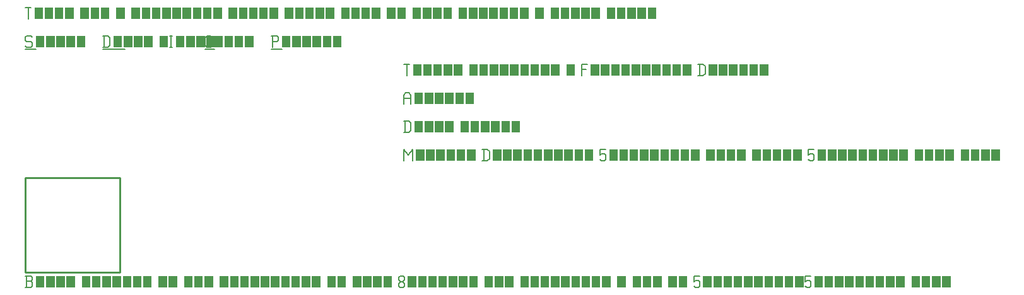
<source format=gbr>
G04 start of page 3 for group -3984 idx -3984 *
G04 Title: (unknown), fab *
G04 Creator: <version>
G04 CreationDate: <date>
G04 For:  *
G04 Format: Gerber/RS-274X *
G04 PCB-Dimensions: 50000 50000 *
G04 PCB-Coordinate-Origin: lower left *
%MOIN*%
%FSLAX25Y25*%
%LNFAB*%
%ADD15C,0.0100*%
%ADD14C,0.0001*%
%ADD13C,0.0060*%
G54D13*X3000Y125000D02*X3750Y124250D01*
X750Y125000D02*X3000D01*
X0Y124250D02*X750Y125000D01*
X0Y124250D02*Y122750D01*
X750Y122000D01*
X3000D01*
X3750Y121250D01*
Y119750D01*
X3000Y119000D02*X3750Y119750D01*
X750Y119000D02*X3000D01*
X0Y119750D02*X750Y119000D01*
G54D14*G36*
X5550Y125000D02*Y119000D01*
X10050D01*
Y125000D01*
X5550D01*
G37*
G36*
X10950D02*Y119000D01*
X15450D01*
Y125000D01*
X10950D01*
G37*
G36*
X16350D02*Y119000D01*
X20850D01*
Y125000D01*
X16350D01*
G37*
G36*
X21750D02*Y119000D01*
X26250D01*
Y125000D01*
X21750D01*
G37*
G36*
X27150D02*Y119000D01*
X31650D01*
Y125000D01*
X27150D01*
G37*
G54D13*X0Y118000D02*X5550D01*
X41750Y125000D02*Y119000D01*
X43700Y125000D02*X44750Y123950D01*
Y120050D01*
X43700Y119000D02*X44750Y120050D01*
X41000Y119000D02*X43700D01*
X41000Y125000D02*X43700D01*
G54D14*G36*
X46550D02*Y119000D01*
X51050D01*
Y125000D01*
X46550D01*
G37*
G36*
X51950D02*Y119000D01*
X56450D01*
Y125000D01*
X51950D01*
G37*
G36*
X57350D02*Y119000D01*
X61850D01*
Y125000D01*
X57350D01*
G37*
G36*
X62750D02*Y119000D01*
X67250D01*
Y125000D01*
X62750D01*
G37*
G36*
X70850D02*Y119000D01*
X75350D01*
Y125000D01*
X70850D01*
G37*
G54D13*X76250D02*X77750D01*
X77000D02*Y119000D01*
X76250D02*X77750D01*
G54D14*G36*
X79550Y125000D02*Y119000D01*
X84050D01*
Y125000D01*
X79550D01*
G37*
G36*
X84950D02*Y119000D01*
X89450D01*
Y125000D01*
X84950D01*
G37*
G36*
X90350D02*Y119000D01*
X94850D01*
Y125000D01*
X90350D01*
G37*
G36*
X95750D02*Y119000D01*
X100250D01*
Y125000D01*
X95750D01*
G37*
G54D13*X41000Y118000D02*X52550D01*
X96050Y119000D02*X98000D01*
X95000Y120050D02*X96050Y119000D01*
X95000Y123950D02*Y120050D01*
Y123950D02*X96050Y125000D01*
X98000D01*
G54D14*G36*
X99800D02*Y119000D01*
X104300D01*
Y125000D01*
X99800D01*
G37*
G36*
X105200D02*Y119000D01*
X109700D01*
Y125000D01*
X105200D01*
G37*
G36*
X110600D02*Y119000D01*
X115100D01*
Y125000D01*
X110600D01*
G37*
G36*
X116000D02*Y119000D01*
X120500D01*
Y125000D01*
X116000D01*
G37*
G54D13*X95000Y118000D02*X99800D01*
X130750Y125000D02*Y119000D01*
X130000Y125000D02*X133000D01*
X133750Y124250D01*
Y122750D01*
X133000Y122000D02*X133750Y122750D01*
X130750Y122000D02*X133000D01*
G54D14*G36*
X135550Y125000D02*Y119000D01*
X140050D01*
Y125000D01*
X135550D01*
G37*
G36*
X140950D02*Y119000D01*
X145450D01*
Y125000D01*
X140950D01*
G37*
G36*
X146350D02*Y119000D01*
X150850D01*
Y125000D01*
X146350D01*
G37*
G36*
X151750D02*Y119000D01*
X156250D01*
Y125000D01*
X151750D01*
G37*
G36*
X157150D02*Y119000D01*
X161650D01*
Y125000D01*
X157150D01*
G37*
G36*
X162550D02*Y119000D01*
X167050D01*
Y125000D01*
X162550D01*
G37*
G54D13*X130000Y118000D02*X135550D01*
X0Y140000D02*X3000D01*
X1500D02*Y134000D01*
G54D14*G36*
X4800Y140000D02*Y134000D01*
X9300D01*
Y140000D01*
X4800D01*
G37*
G36*
X10200D02*Y134000D01*
X14700D01*
Y140000D01*
X10200D01*
G37*
G36*
X15600D02*Y134000D01*
X20100D01*
Y140000D01*
X15600D01*
G37*
G36*
X21000D02*Y134000D01*
X25500D01*
Y140000D01*
X21000D01*
G37*
G36*
X29100D02*Y134000D01*
X33600D01*
Y140000D01*
X29100D01*
G37*
G36*
X34500D02*Y134000D01*
X39000D01*
Y140000D01*
X34500D01*
G37*
G36*
X39900D02*Y134000D01*
X44400D01*
Y140000D01*
X39900D01*
G37*
G36*
X48000D02*Y134000D01*
X52500D01*
Y140000D01*
X48000D01*
G37*
G36*
X56100D02*Y134000D01*
X60600D01*
Y140000D01*
X56100D01*
G37*
G36*
X61500D02*Y134000D01*
X66000D01*
Y140000D01*
X61500D01*
G37*
G36*
X66900D02*Y134000D01*
X71400D01*
Y140000D01*
X66900D01*
G37*
G36*
X72300D02*Y134000D01*
X76800D01*
Y140000D01*
X72300D01*
G37*
G36*
X77700D02*Y134000D01*
X82200D01*
Y140000D01*
X77700D01*
G37*
G36*
X83100D02*Y134000D01*
X87600D01*
Y140000D01*
X83100D01*
G37*
G36*
X88500D02*Y134000D01*
X93000D01*
Y140000D01*
X88500D01*
G37*
G36*
X93900D02*Y134000D01*
X98400D01*
Y140000D01*
X93900D01*
G37*
G36*
X99300D02*Y134000D01*
X103800D01*
Y140000D01*
X99300D01*
G37*
G36*
X107400D02*Y134000D01*
X111900D01*
Y140000D01*
X107400D01*
G37*
G36*
X112800D02*Y134000D01*
X117300D01*
Y140000D01*
X112800D01*
G37*
G36*
X118200D02*Y134000D01*
X122700D01*
Y140000D01*
X118200D01*
G37*
G36*
X123600D02*Y134000D01*
X128100D01*
Y140000D01*
X123600D01*
G37*
G36*
X129000D02*Y134000D01*
X133500D01*
Y140000D01*
X129000D01*
G37*
G36*
X137100D02*Y134000D01*
X141600D01*
Y140000D01*
X137100D01*
G37*
G36*
X142500D02*Y134000D01*
X147000D01*
Y140000D01*
X142500D01*
G37*
G36*
X147900D02*Y134000D01*
X152400D01*
Y140000D01*
X147900D01*
G37*
G36*
X153300D02*Y134000D01*
X157800D01*
Y140000D01*
X153300D01*
G37*
G36*
X158700D02*Y134000D01*
X163200D01*
Y140000D01*
X158700D01*
G37*
G36*
X166800D02*Y134000D01*
X171300D01*
Y140000D01*
X166800D01*
G37*
G36*
X172200D02*Y134000D01*
X176700D01*
Y140000D01*
X172200D01*
G37*
G36*
X177600D02*Y134000D01*
X182100D01*
Y140000D01*
X177600D01*
G37*
G36*
X183000D02*Y134000D01*
X187500D01*
Y140000D01*
X183000D01*
G37*
G36*
X191100D02*Y134000D01*
X195600D01*
Y140000D01*
X191100D01*
G37*
G36*
X196500D02*Y134000D01*
X201000D01*
Y140000D01*
X196500D01*
G37*
G36*
X204600D02*Y134000D01*
X209100D01*
Y140000D01*
X204600D01*
G37*
G36*
X210000D02*Y134000D01*
X214500D01*
Y140000D01*
X210000D01*
G37*
G36*
X215400D02*Y134000D01*
X219900D01*
Y140000D01*
X215400D01*
G37*
G36*
X220800D02*Y134000D01*
X225300D01*
Y140000D01*
X220800D01*
G37*
G36*
X228900D02*Y134000D01*
X233400D01*
Y140000D01*
X228900D01*
G37*
G36*
X234300D02*Y134000D01*
X238800D01*
Y140000D01*
X234300D01*
G37*
G36*
X239700D02*Y134000D01*
X244200D01*
Y140000D01*
X239700D01*
G37*
G36*
X245100D02*Y134000D01*
X249600D01*
Y140000D01*
X245100D01*
G37*
G36*
X250500D02*Y134000D01*
X255000D01*
Y140000D01*
X250500D01*
G37*
G36*
X255900D02*Y134000D01*
X260400D01*
Y140000D01*
X255900D01*
G37*
G36*
X261300D02*Y134000D01*
X265800D01*
Y140000D01*
X261300D01*
G37*
G36*
X269400D02*Y134000D01*
X273900D01*
Y140000D01*
X269400D01*
G37*
G36*
X277500D02*Y134000D01*
X282000D01*
Y140000D01*
X277500D01*
G37*
G36*
X282900D02*Y134000D01*
X287400D01*
Y140000D01*
X282900D01*
G37*
G36*
X288300D02*Y134000D01*
X292800D01*
Y140000D01*
X288300D01*
G37*
G36*
X293700D02*Y134000D01*
X298200D01*
Y140000D01*
X293700D01*
G37*
G36*
X299100D02*Y134000D01*
X303600D01*
Y140000D01*
X299100D01*
G37*
G36*
X307200D02*Y134000D01*
X311700D01*
Y140000D01*
X307200D01*
G37*
G36*
X312600D02*Y134000D01*
X317100D01*
Y140000D01*
X312600D01*
G37*
G36*
X318000D02*Y134000D01*
X322500D01*
Y140000D01*
X318000D01*
G37*
G36*
X323400D02*Y134000D01*
X327900D01*
Y140000D01*
X323400D01*
G37*
G36*
X328800D02*Y134000D01*
X333300D01*
Y140000D01*
X328800D01*
G37*
G54D15*X0Y50000D02*X50000D01*
X0D02*Y0D01*
X50000Y50000D02*Y0D01*
X0D02*X50000D01*
G54D13*X200000Y65000D02*Y59000D01*
Y65000D02*X202250Y62000D01*
X204500Y65000D01*
Y59000D01*
G54D14*G36*
X206300Y65000D02*Y59000D01*
X210800D01*
Y65000D01*
X206300D01*
G37*
G36*
X211700D02*Y59000D01*
X216200D01*
Y65000D01*
X211700D01*
G37*
G36*
X217100D02*Y59000D01*
X221600D01*
Y65000D01*
X217100D01*
G37*
G36*
X222500D02*Y59000D01*
X227000D01*
Y65000D01*
X222500D01*
G37*
G36*
X227900D02*Y59000D01*
X232400D01*
Y65000D01*
X227900D01*
G37*
G36*
X233300D02*Y59000D01*
X237800D01*
Y65000D01*
X233300D01*
G37*
G54D13*X242150D02*Y59000D01*
X244100Y65000D02*X245150Y63950D01*
Y60050D01*
X244100Y59000D02*X245150Y60050D01*
X241400Y59000D02*X244100D01*
X241400Y65000D02*X244100D01*
G54D14*G36*
X246950D02*Y59000D01*
X251450D01*
Y65000D01*
X246950D01*
G37*
G36*
X252350D02*Y59000D01*
X256850D01*
Y65000D01*
X252350D01*
G37*
G36*
X257750D02*Y59000D01*
X262250D01*
Y65000D01*
X257750D01*
G37*
G36*
X263150D02*Y59000D01*
X267650D01*
Y65000D01*
X263150D01*
G37*
G36*
X268550D02*Y59000D01*
X273050D01*
Y65000D01*
X268550D01*
G37*
G36*
X273950D02*Y59000D01*
X278450D01*
Y65000D01*
X273950D01*
G37*
G36*
X279350D02*Y59000D01*
X283850D01*
Y65000D01*
X279350D01*
G37*
G36*
X284750D02*Y59000D01*
X289250D01*
Y65000D01*
X284750D01*
G37*
G36*
X290150D02*Y59000D01*
X294650D01*
Y65000D01*
X290150D01*
G37*
G36*
X295550D02*Y59000D01*
X300050D01*
Y65000D01*
X295550D01*
G37*
G54D13*X303650D02*X306650D01*
X303650D02*Y62000D01*
X304400Y62750D01*
X305900D01*
X306650Y62000D01*
Y59750D01*
X305900Y59000D02*X306650Y59750D01*
X304400Y59000D02*X305900D01*
X303650Y59750D02*X304400Y59000D01*
G54D14*G36*
X308450Y65000D02*Y59000D01*
X312950D01*
Y65000D01*
X308450D01*
G37*
G36*
X313850D02*Y59000D01*
X318350D01*
Y65000D01*
X313850D01*
G37*
G36*
X319250D02*Y59000D01*
X323750D01*
Y65000D01*
X319250D01*
G37*
G36*
X324650D02*Y59000D01*
X329150D01*
Y65000D01*
X324650D01*
G37*
G36*
X330050D02*Y59000D01*
X334550D01*
Y65000D01*
X330050D01*
G37*
G36*
X335450D02*Y59000D01*
X339950D01*
Y65000D01*
X335450D01*
G37*
G36*
X340850D02*Y59000D01*
X345350D01*
Y65000D01*
X340850D01*
G37*
G36*
X346250D02*Y59000D01*
X350750D01*
Y65000D01*
X346250D01*
G37*
G36*
X351650D02*Y59000D01*
X356150D01*
Y65000D01*
X351650D01*
G37*
G36*
X359750D02*Y59000D01*
X364250D01*
Y65000D01*
X359750D01*
G37*
G36*
X365150D02*Y59000D01*
X369650D01*
Y65000D01*
X365150D01*
G37*
G36*
X370550D02*Y59000D01*
X375050D01*
Y65000D01*
X370550D01*
G37*
G36*
X375950D02*Y59000D01*
X380450D01*
Y65000D01*
X375950D01*
G37*
G36*
X384050D02*Y59000D01*
X388550D01*
Y65000D01*
X384050D01*
G37*
G36*
X389450D02*Y59000D01*
X393950D01*
Y65000D01*
X389450D01*
G37*
G36*
X394850D02*Y59000D01*
X399350D01*
Y65000D01*
X394850D01*
G37*
G36*
X400250D02*Y59000D01*
X404750D01*
Y65000D01*
X400250D01*
G37*
G36*
X405650D02*Y59000D01*
X410150D01*
Y65000D01*
X405650D01*
G37*
G54D13*X413750D02*X416750D01*
X413750D02*Y62000D01*
X414500Y62750D01*
X416000D01*
X416750Y62000D01*
Y59750D01*
X416000Y59000D02*X416750Y59750D01*
X414500Y59000D02*X416000D01*
X413750Y59750D02*X414500Y59000D01*
G54D14*G36*
X418550Y65000D02*Y59000D01*
X423050D01*
Y65000D01*
X418550D01*
G37*
G36*
X423950D02*Y59000D01*
X428450D01*
Y65000D01*
X423950D01*
G37*
G36*
X429350D02*Y59000D01*
X433850D01*
Y65000D01*
X429350D01*
G37*
G36*
X434750D02*Y59000D01*
X439250D01*
Y65000D01*
X434750D01*
G37*
G36*
X440150D02*Y59000D01*
X444650D01*
Y65000D01*
X440150D01*
G37*
G36*
X445550D02*Y59000D01*
X450050D01*
Y65000D01*
X445550D01*
G37*
G36*
X450950D02*Y59000D01*
X455450D01*
Y65000D01*
X450950D01*
G37*
G36*
X456350D02*Y59000D01*
X460850D01*
Y65000D01*
X456350D01*
G37*
G36*
X461750D02*Y59000D01*
X466250D01*
Y65000D01*
X461750D01*
G37*
G36*
X469850D02*Y59000D01*
X474350D01*
Y65000D01*
X469850D01*
G37*
G36*
X475250D02*Y59000D01*
X479750D01*
Y65000D01*
X475250D01*
G37*
G36*
X480650D02*Y59000D01*
X485150D01*
Y65000D01*
X480650D01*
G37*
G36*
X486050D02*Y59000D01*
X490550D01*
Y65000D01*
X486050D01*
G37*
G36*
X494150D02*Y59000D01*
X498650D01*
Y65000D01*
X494150D01*
G37*
G36*
X499550D02*Y59000D01*
X504050D01*
Y65000D01*
X499550D01*
G37*
G36*
X504950D02*Y59000D01*
X509450D01*
Y65000D01*
X504950D01*
G37*
G36*
X510350D02*Y59000D01*
X514850D01*
Y65000D01*
X510350D01*
G37*
G54D13*X0Y-8000D02*X3000D01*
X3750Y-7250D01*
Y-5450D02*Y-7250D01*
X3000Y-4700D02*X3750Y-5450D01*
X750Y-4700D02*X3000D01*
X750Y-2000D02*Y-8000D01*
X0Y-2000D02*X3000D01*
X3750Y-2750D01*
Y-3950D01*
X3000Y-4700D02*X3750Y-3950D01*
G54D14*G36*
X5550Y-2000D02*Y-8000D01*
X10050D01*
Y-2000D01*
X5550D01*
G37*
G36*
X10950D02*Y-8000D01*
X15450D01*
Y-2000D01*
X10950D01*
G37*
G36*
X16350D02*Y-8000D01*
X20850D01*
Y-2000D01*
X16350D01*
G37*
G36*
X21750D02*Y-8000D01*
X26250D01*
Y-2000D01*
X21750D01*
G37*
G36*
X29850D02*Y-8000D01*
X34350D01*
Y-2000D01*
X29850D01*
G37*
G36*
X35250D02*Y-8000D01*
X39750D01*
Y-2000D01*
X35250D01*
G37*
G36*
X40650D02*Y-8000D01*
X45150D01*
Y-2000D01*
X40650D01*
G37*
G36*
X46050D02*Y-8000D01*
X50550D01*
Y-2000D01*
X46050D01*
G37*
G36*
X51450D02*Y-8000D01*
X55950D01*
Y-2000D01*
X51450D01*
G37*
G36*
X56850D02*Y-8000D01*
X61350D01*
Y-2000D01*
X56850D01*
G37*
G36*
X62250D02*Y-8000D01*
X66750D01*
Y-2000D01*
X62250D01*
G37*
G36*
X70350D02*Y-8000D01*
X74850D01*
Y-2000D01*
X70350D01*
G37*
G36*
X75750D02*Y-8000D01*
X80250D01*
Y-2000D01*
X75750D01*
G37*
G36*
X83850D02*Y-8000D01*
X88350D01*
Y-2000D01*
X83850D01*
G37*
G36*
X89250D02*Y-8000D01*
X93750D01*
Y-2000D01*
X89250D01*
G37*
G36*
X94650D02*Y-8000D01*
X99150D01*
Y-2000D01*
X94650D01*
G37*
G36*
X102750D02*Y-8000D01*
X107250D01*
Y-2000D01*
X102750D01*
G37*
G36*
X108150D02*Y-8000D01*
X112650D01*
Y-2000D01*
X108150D01*
G37*
G36*
X113550D02*Y-8000D01*
X118050D01*
Y-2000D01*
X113550D01*
G37*
G36*
X118950D02*Y-8000D01*
X123450D01*
Y-2000D01*
X118950D01*
G37*
G36*
X124350D02*Y-8000D01*
X128850D01*
Y-2000D01*
X124350D01*
G37*
G36*
X129750D02*Y-8000D01*
X134250D01*
Y-2000D01*
X129750D01*
G37*
G36*
X135150D02*Y-8000D01*
X139650D01*
Y-2000D01*
X135150D01*
G37*
G36*
X140550D02*Y-8000D01*
X145050D01*
Y-2000D01*
X140550D01*
G37*
G36*
X145950D02*Y-8000D01*
X150450D01*
Y-2000D01*
X145950D01*
G37*
G36*
X151350D02*Y-8000D01*
X155850D01*
Y-2000D01*
X151350D01*
G37*
G36*
X159450D02*Y-8000D01*
X163950D01*
Y-2000D01*
X159450D01*
G37*
G36*
X164850D02*Y-8000D01*
X169350D01*
Y-2000D01*
X164850D01*
G37*
G36*
X172950D02*Y-8000D01*
X177450D01*
Y-2000D01*
X172950D01*
G37*
G36*
X178350D02*Y-8000D01*
X182850D01*
Y-2000D01*
X178350D01*
G37*
G36*
X183750D02*Y-8000D01*
X188250D01*
Y-2000D01*
X183750D01*
G37*
G36*
X189150D02*Y-8000D01*
X193650D01*
Y-2000D01*
X189150D01*
G37*
G54D13*X197250Y-7250D02*X198000Y-8000D01*
X197250Y-6050D02*Y-7250D01*
Y-6050D02*X198300Y-5000D01*
X199200D01*
X200250Y-6050D01*
Y-7250D01*
X199500Y-8000D02*X200250Y-7250D01*
X198000Y-8000D02*X199500D01*
X197250Y-3950D02*X198300Y-5000D01*
X197250Y-2750D02*Y-3950D01*
Y-2750D02*X198000Y-2000D01*
X199500D01*
X200250Y-2750D01*
Y-3950D01*
X199200Y-5000D02*X200250Y-3950D01*
G54D14*G36*
X202050Y-2000D02*Y-8000D01*
X206550D01*
Y-2000D01*
X202050D01*
G37*
G36*
X207450D02*Y-8000D01*
X211950D01*
Y-2000D01*
X207450D01*
G37*
G36*
X212850D02*Y-8000D01*
X217350D01*
Y-2000D01*
X212850D01*
G37*
G36*
X218250D02*Y-8000D01*
X222750D01*
Y-2000D01*
X218250D01*
G37*
G36*
X223650D02*Y-8000D01*
X228150D01*
Y-2000D01*
X223650D01*
G37*
G36*
X229050D02*Y-8000D01*
X233550D01*
Y-2000D01*
X229050D01*
G37*
G36*
X234450D02*Y-8000D01*
X238950D01*
Y-2000D01*
X234450D01*
G37*
G36*
X242550D02*Y-8000D01*
X247050D01*
Y-2000D01*
X242550D01*
G37*
G36*
X247950D02*Y-8000D01*
X252450D01*
Y-2000D01*
X247950D01*
G37*
G36*
X253350D02*Y-8000D01*
X257850D01*
Y-2000D01*
X253350D01*
G37*
G36*
X261450D02*Y-8000D01*
X265950D01*
Y-2000D01*
X261450D01*
G37*
G36*
X266850D02*Y-8000D01*
X271350D01*
Y-2000D01*
X266850D01*
G37*
G36*
X272250D02*Y-8000D01*
X276750D01*
Y-2000D01*
X272250D01*
G37*
G36*
X277650D02*Y-8000D01*
X282150D01*
Y-2000D01*
X277650D01*
G37*
G36*
X283050D02*Y-8000D01*
X287550D01*
Y-2000D01*
X283050D01*
G37*
G36*
X288450D02*Y-8000D01*
X292950D01*
Y-2000D01*
X288450D01*
G37*
G36*
X293850D02*Y-8000D01*
X298350D01*
Y-2000D01*
X293850D01*
G37*
G36*
X299250D02*Y-8000D01*
X303750D01*
Y-2000D01*
X299250D01*
G37*
G36*
X304650D02*Y-8000D01*
X309150D01*
Y-2000D01*
X304650D01*
G37*
G36*
X312750D02*Y-8000D01*
X317250D01*
Y-2000D01*
X312750D01*
G37*
G36*
X320850D02*Y-8000D01*
X325350D01*
Y-2000D01*
X320850D01*
G37*
G36*
X326250D02*Y-8000D01*
X330750D01*
Y-2000D01*
X326250D01*
G37*
G36*
X331650D02*Y-8000D01*
X336150D01*
Y-2000D01*
X331650D01*
G37*
G36*
X339750D02*Y-8000D01*
X344250D01*
Y-2000D01*
X339750D01*
G37*
G36*
X345150D02*Y-8000D01*
X349650D01*
Y-2000D01*
X345150D01*
G37*
G54D13*X353250D02*X356250D01*
X353250D02*Y-5000D01*
X354000Y-4250D01*
X355500D01*
X356250Y-5000D01*
Y-7250D01*
X355500Y-8000D02*X356250Y-7250D01*
X354000Y-8000D02*X355500D01*
X353250Y-7250D02*X354000Y-8000D01*
G54D14*G36*
X358050Y-2000D02*Y-8000D01*
X362550D01*
Y-2000D01*
X358050D01*
G37*
G36*
X363450D02*Y-8000D01*
X367950D01*
Y-2000D01*
X363450D01*
G37*
G36*
X368850D02*Y-8000D01*
X373350D01*
Y-2000D01*
X368850D01*
G37*
G36*
X374250D02*Y-8000D01*
X378750D01*
Y-2000D01*
X374250D01*
G37*
G36*
X379650D02*Y-8000D01*
X384150D01*
Y-2000D01*
X379650D01*
G37*
G36*
X385050D02*Y-8000D01*
X389550D01*
Y-2000D01*
X385050D01*
G37*
G36*
X390450D02*Y-8000D01*
X394950D01*
Y-2000D01*
X390450D01*
G37*
G36*
X395850D02*Y-8000D01*
X400350D01*
Y-2000D01*
X395850D01*
G37*
G36*
X401250D02*Y-8000D01*
X405750D01*
Y-2000D01*
X401250D01*
G37*
G36*
X406650D02*Y-8000D01*
X411150D01*
Y-2000D01*
X406650D01*
G37*
G54D13*X412050D02*X415050D01*
X412050D02*Y-5000D01*
X412800Y-4250D01*
X414300D01*
X415050Y-5000D01*
Y-7250D01*
X414300Y-8000D02*X415050Y-7250D01*
X412800Y-8000D02*X414300D01*
X412050Y-7250D02*X412800Y-8000D01*
G54D14*G36*
X416850Y-2000D02*Y-8000D01*
X421350D01*
Y-2000D01*
X416850D01*
G37*
G36*
X422250D02*Y-8000D01*
X426750D01*
Y-2000D01*
X422250D01*
G37*
G36*
X427650D02*Y-8000D01*
X432150D01*
Y-2000D01*
X427650D01*
G37*
G36*
X433050D02*Y-8000D01*
X437550D01*
Y-2000D01*
X433050D01*
G37*
G36*
X438450D02*Y-8000D01*
X442950D01*
Y-2000D01*
X438450D01*
G37*
G36*
X443850D02*Y-8000D01*
X448350D01*
Y-2000D01*
X443850D01*
G37*
G36*
X449250D02*Y-8000D01*
X453750D01*
Y-2000D01*
X449250D01*
G37*
G36*
X454650D02*Y-8000D01*
X459150D01*
Y-2000D01*
X454650D01*
G37*
G36*
X460050D02*Y-8000D01*
X464550D01*
Y-2000D01*
X460050D01*
G37*
G36*
X468150D02*Y-8000D01*
X472650D01*
Y-2000D01*
X468150D01*
G37*
G36*
X473550D02*Y-8000D01*
X478050D01*
Y-2000D01*
X473550D01*
G37*
G36*
X478950D02*Y-8000D01*
X483450D01*
Y-2000D01*
X478950D01*
G37*
G36*
X484350D02*Y-8000D01*
X488850D01*
Y-2000D01*
X484350D01*
G37*
G54D13*X200750Y80000D02*Y74000D01*
X202700Y80000D02*X203750Y78950D01*
Y75050D01*
X202700Y74000D02*X203750Y75050D01*
X200000Y74000D02*X202700D01*
X200000Y80000D02*X202700D01*
G54D14*G36*
X205550D02*Y74000D01*
X210050D01*
Y80000D01*
X205550D01*
G37*
G36*
X210950D02*Y74000D01*
X215450D01*
Y80000D01*
X210950D01*
G37*
G36*
X216350D02*Y74000D01*
X220850D01*
Y80000D01*
X216350D01*
G37*
G36*
X221750D02*Y74000D01*
X226250D01*
Y80000D01*
X221750D01*
G37*
G36*
X229850D02*Y74000D01*
X234350D01*
Y80000D01*
X229850D01*
G37*
G36*
X235250D02*Y74000D01*
X239750D01*
Y80000D01*
X235250D01*
G37*
G36*
X240650D02*Y74000D01*
X245150D01*
Y80000D01*
X240650D01*
G37*
G36*
X246050D02*Y74000D01*
X250550D01*
Y80000D01*
X246050D01*
G37*
G36*
X251450D02*Y74000D01*
X255950D01*
Y80000D01*
X251450D01*
G37*
G36*
X256850D02*Y74000D01*
X261350D01*
Y80000D01*
X256850D01*
G37*
G54D13*X200000Y93500D02*Y89000D01*
Y93500D02*X201050Y95000D01*
X202700D01*
X203750Y93500D01*
Y89000D01*
X200000Y92000D02*X203750D01*
G54D14*G36*
X205550Y95000D02*Y89000D01*
X210050D01*
Y95000D01*
X205550D01*
G37*
G36*
X210950D02*Y89000D01*
X215450D01*
Y95000D01*
X210950D01*
G37*
G36*
X216350D02*Y89000D01*
X220850D01*
Y95000D01*
X216350D01*
G37*
G36*
X221750D02*Y89000D01*
X226250D01*
Y95000D01*
X221750D01*
G37*
G36*
X227150D02*Y89000D01*
X231650D01*
Y95000D01*
X227150D01*
G37*
G36*
X232550D02*Y89000D01*
X237050D01*
Y95000D01*
X232550D01*
G37*
G54D13*X200000Y110000D02*X203000D01*
X201500D02*Y104000D01*
G54D14*G36*
X204800Y110000D02*Y104000D01*
X209300D01*
Y110000D01*
X204800D01*
G37*
G36*
X210200D02*Y104000D01*
X214700D01*
Y110000D01*
X210200D01*
G37*
G36*
X215600D02*Y104000D01*
X220100D01*
Y110000D01*
X215600D01*
G37*
G36*
X221000D02*Y104000D01*
X225500D01*
Y110000D01*
X221000D01*
G37*
G36*
X226400D02*Y104000D01*
X230900D01*
Y110000D01*
X226400D01*
G37*
G36*
X234500D02*Y104000D01*
X239000D01*
Y110000D01*
X234500D01*
G37*
G36*
X239900D02*Y104000D01*
X244400D01*
Y110000D01*
X239900D01*
G37*
G36*
X245300D02*Y104000D01*
X249800D01*
Y110000D01*
X245300D01*
G37*
G36*
X250700D02*Y104000D01*
X255200D01*
Y110000D01*
X250700D01*
G37*
G36*
X256100D02*Y104000D01*
X260600D01*
Y110000D01*
X256100D01*
G37*
G36*
X261500D02*Y104000D01*
X266000D01*
Y110000D01*
X261500D01*
G37*
G36*
X266900D02*Y104000D01*
X271400D01*
Y110000D01*
X266900D01*
G37*
G36*
X272300D02*Y104000D01*
X276800D01*
Y110000D01*
X272300D01*
G37*
G36*
X277700D02*Y104000D01*
X282200D01*
Y110000D01*
X277700D01*
G37*
G36*
X285800D02*Y104000D01*
X290300D01*
Y110000D01*
X285800D01*
G37*
G54D13*X293900D02*Y104000D01*
Y110000D02*X296900D01*
X293900Y107300D02*X296150D01*
G54D14*G36*
X298700Y110000D02*Y104000D01*
X303200D01*
Y110000D01*
X298700D01*
G37*
G36*
X304100D02*Y104000D01*
X308600D01*
Y110000D01*
X304100D01*
G37*
G36*
X309500D02*Y104000D01*
X314000D01*
Y110000D01*
X309500D01*
G37*
G36*
X314900D02*Y104000D01*
X319400D01*
Y110000D01*
X314900D01*
G37*
G36*
X320300D02*Y104000D01*
X324800D01*
Y110000D01*
X320300D01*
G37*
G36*
X325700D02*Y104000D01*
X330200D01*
Y110000D01*
X325700D01*
G37*
G36*
X331100D02*Y104000D01*
X335600D01*
Y110000D01*
X331100D01*
G37*
G36*
X336500D02*Y104000D01*
X341000D01*
Y110000D01*
X336500D01*
G37*
G36*
X341900D02*Y104000D01*
X346400D01*
Y110000D01*
X341900D01*
G37*
G36*
X347300D02*Y104000D01*
X351800D01*
Y110000D01*
X347300D01*
G37*
G54D13*X356150D02*Y104000D01*
X358100Y110000D02*X359150Y108950D01*
Y105050D01*
X358100Y104000D02*X359150Y105050D01*
X355400Y104000D02*X358100D01*
X355400Y110000D02*X358100D01*
G54D14*G36*
X360950D02*Y104000D01*
X365450D01*
Y110000D01*
X360950D01*
G37*
G36*
X366350D02*Y104000D01*
X370850D01*
Y110000D01*
X366350D01*
G37*
G36*
X371750D02*Y104000D01*
X376250D01*
Y110000D01*
X371750D01*
G37*
G36*
X377150D02*Y104000D01*
X381650D01*
Y110000D01*
X377150D01*
G37*
G36*
X382550D02*Y104000D01*
X387050D01*
Y110000D01*
X382550D01*
G37*
G36*
X387950D02*Y104000D01*
X392450D01*
Y110000D01*
X387950D01*
G37*
M02*

</source>
